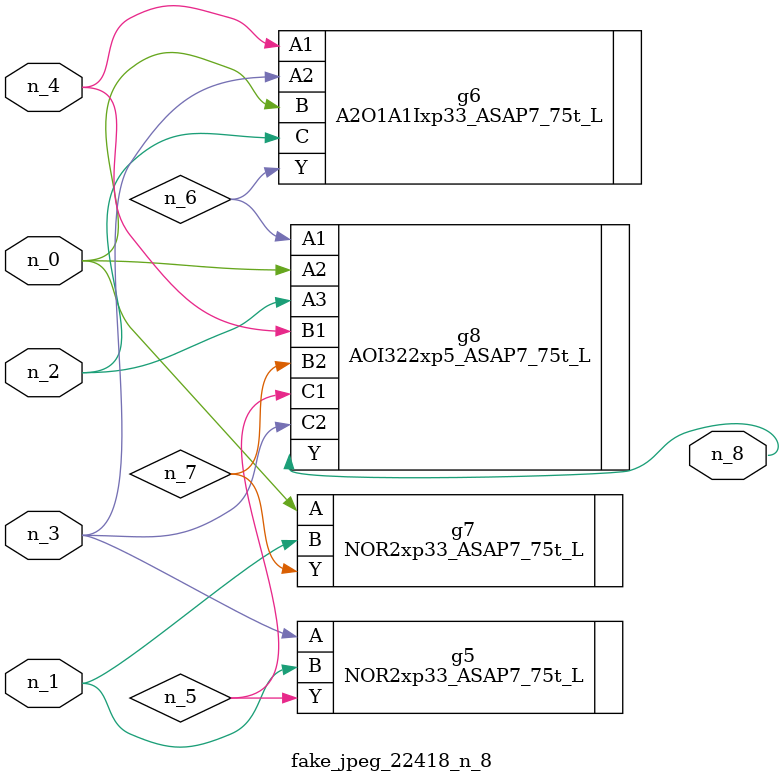
<source format=v>
module fake_jpeg_22418_n_8 (n_3, n_2, n_1, n_0, n_4, n_8);

input n_3;
input n_2;
input n_1;
input n_0;
input n_4;

output n_8;

wire n_6;
wire n_5;
wire n_7;

NOR2xp33_ASAP7_75t_L g5 ( 
.A(n_3),
.B(n_1),
.Y(n_5)
);

A2O1A1Ixp33_ASAP7_75t_L g6 ( 
.A1(n_4),
.A2(n_3),
.B(n_0),
.C(n_2),
.Y(n_6)
);

NOR2xp33_ASAP7_75t_L g7 ( 
.A(n_0),
.B(n_1),
.Y(n_7)
);

AOI322xp5_ASAP7_75t_L g8 ( 
.A1(n_6),
.A2(n_0),
.A3(n_2),
.B1(n_4),
.B2(n_7),
.C1(n_5),
.C2(n_3),
.Y(n_8)
);


endmodule
</source>
